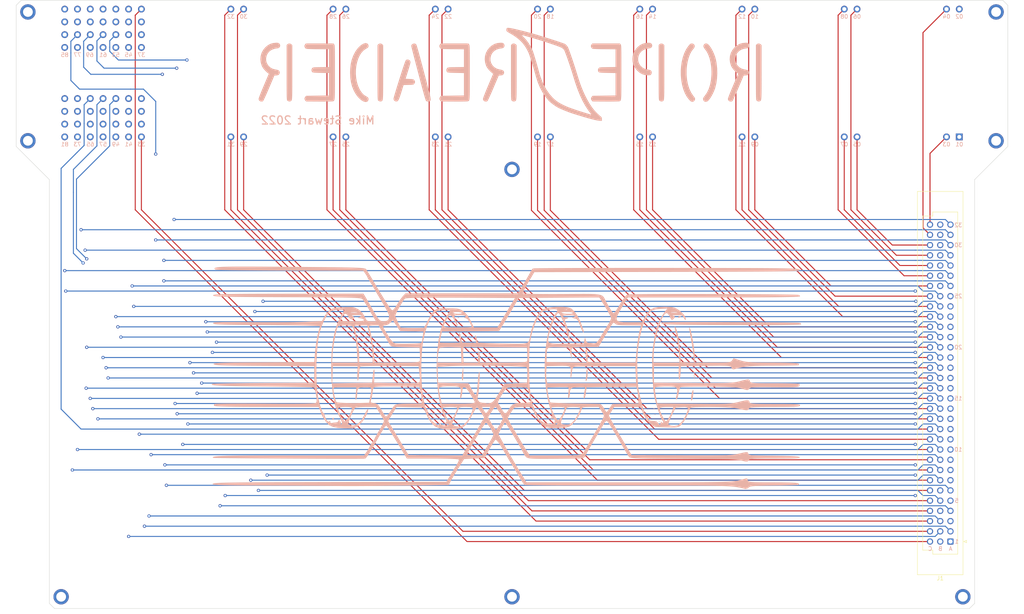
<source format=kicad_pcb>
(kicad_pcb (version 20211014) (generator pcbnew)
  (layers (0 "F.Cu" signal) (1 "In1.Cu" signal) (2 "In2.Cu" signal) (31 "B.Cu" signal) (34 "B.Paste" user) (35 "F.Paste" user) (36 "B.SilkS" user "B.Silkscreen") (37 "F.SilkS" user "F.Silkscreen") (38 "B.Mask" user) (39 "F.Mask" user) (44 "Edge.Cuts" user))
  (net 0 "")
  (net 2 "/SDR01")
  (net 4 "/SDR05")
  (net 5 "/XPCN")
  (net 6 "/SDR07")
  (net 7 "/XPFN")
  (net 9 "/X01CN")
  (net 11 "/X01FN")
  (net 12 "/X02CN")
  (net 13 "/X02FN")
  (net 14 "/X03CN")
  (net 15 "/X03FN")
  (net 16 "/X04CN")
  (net 17 "/X04FN")
  (net 18 "/X05CN")
  (net 19 "/X05FN")
  (net 20 "/X06CN")
  (net 21 "/X06FN")
  (net 22 "/X07CN")
  (net 23 "/X07FN")
  (net 24 "/SETBRN")
  (net 25 "/XSETDD")
  (net 26 "/XSETBD")
  (net 27 "/SETDRN")
  (net 28 "/SETARN")
  (net 29 "/XSETCD")
  (net 30 "/XSETAD")
  (net 31 "/SETCRN")
  (net 33 "/SDR03")
  (net 34 "/SDR06")
  (net 35 "/SDR04")
  (net 36 "/RPCD")
  (net 37 "/SDR02")
  (net 38 "/RPFD")
  (net 39 "/SDR00")
  (net 40 "/R01CD")
  (net 41 "/R01FD")
  (net 42 "/R02CD")
  (net 43 "/R02FD")
  (net 44 "/R03CD")
  (net 45 "/R03FD")
  (net 46 "/R04CD")
  (net 47 "/R04FD")
  (net 48 "/R05CD")
  (net 49 "/R05FD")
  (net 50 "/R06CD")
  (net 51 "/R06FD")
  (net 52 "/R07CD")
  (net 53 "/R07FD")
  (net 54 "/GBR16")
  (net 55 "/GAR16")
  (net 56 "/GBR14")
  (net 57 "/GAR14")
  (net 58 "/GBR13")
  (net 59 "/GAR13")
  (net 60 "/GBR12")
  (net 61 "/GAR12")
  (net 62 "/GBR11")
  (net 63 "/GAR11")
  (net 64 "/GBR10")
  (net 65 "/GAR10")
  (net 66 "/GBR09")
  (net 67 "/GAR09")
  (net 68 "/GBR08")
  (net 69 "/GAR08")
  (net 70 "/GBR07")
  (net 71 "/GAR07")
  (net 72 "/GBR06")
  (net 73 "/GAR06")
  (net 74 "/GBR05")
  (net 75 "/GAR05")
  (net 76 "/GBR04")
  (net 77 "/GAR04")
  (net 78 "/GBR03")
  (net 79 "/GAR03")
  (net 80 "/GBR02")
  (net 81 "/GAR02")
  (net 82 "/GBR01")
  (net 83 "/GAR01")
  (net 84 "/GBR15")
  (net 85 "/GAR15")
  (net 92 "GND")
  (net 93 "/XRST1N")
  (net 94 "/RSTR1D")
  (footprint "lachesis:MountingHole_No2_Pad" (layer "F.Cu") (at 320.3194 60.6552)
    (fp_text reference "H8" hide)
    (fp_text value "MountingHole_Pad")
  )
  (footprint "lachesis:MountingHole_No2_Pad" (layer "F.Cu") (at 88.0364 205.9432)
    (fp_text reference "H1" hide)
    (fp_text value "MountingHole_Pad")
  )
  (footprint "lachesis:MountingHole_No2_Pad" (layer "F.Cu") (at 79.7814 92.6592)
    (fp_text reference "H5" hide)
    (fp_text value "MountingHole_Pad")
  )
  (footprint "lachesis:MountingHole_No2_Pad" (layer "F.Cu") (at 320.3194 92.6592)
    (fp_text reference "H6" hide)
    (fp_text value "MountingHole_Pad")
  )
  (footprint "lachesis:Block1_Connector" (layer "F.Cu") (at 200.0504 75.819 180)
    (fp_text reference "J2" hide)
    (fp_text value "Conn_04x22")
  )
  (footprint "lachesis:MountingHole_No2_Pad" (layer "F.Cu") (at 200.0504 205.9432)
    (fp_text reference "H2" hide)
    (fp_text value "MountingHole_Pad")
  )
  (footprint "lachesis:MountingHole_No2_Pad" (layer "F.Cu") (at 79.7814 60.6552)
    (fp_text reference "H7" hide)
    (fp_text value "MountingHole_Pad")
  )
  (footprint "lachesis:MountingHole_No2_Pad" (layer "F.Cu") (at 200.0504 99.7712)
    (fp_text reference "H4" hide)
    (fp_text value "MountingHole_Pad")
  )
  (footprint "lachesis:MountingHole_No2_Pad" (layer "F.Cu") (at 312.0644 205.9432)
    (fp_text reference "H3" hide)
    (fp_text value "MountingHole_Pad")
  )
  (footprint "Connector_DIN:DIN41612_R_3x32_Male_Vertical_THT" (layer "F.Cu") (at 308.98338 192.2272 180)
    (fp_text reference "J1")
    (fp_text value "DIN41612_03x32_C")
  )
  (footprint "lachesis:big_cores" (layer "B.Cu") (at 199.7964 150.5712 180)
    (fp_text reference "G***" hide)
    (fp_text value "LOGO" hide)
  )
  (footprint "lachesis:big_rope_curve" (layer "B.Cu") (at 199.7964 76.1492 180)
    (fp_text reference "G***" hide)
    (fp_text value "LOGO" hide)
  )
  (gr_line locked (start 321.9704 57.7342) (end 78.1304 57.7342) (layer "Edge.Cuts") (width 0.1))
  (gr_line locked (start 323.2404 59.0042) (end 321.9704 57.7342) (layer "Edge.Cuts") (width 0.1))
  (gr_line locked (start 86.3854 208.8642) (end 313.7154 208.8642) (layer "Edge.Cuts") (width 0.1))
  (gr_line locked (start 313.7154 208.8642) (end 314.9854 207.5942) (layer "Edge.Cuts") (width 0.1))
  (gr_line locked (start 314.9854 207.5942) (end 314.9854 102.3112) (layer "Edge.Cuts") (width 0.1))
  (gr_line locked (start 323.2404 94.0562) (end 323.2404 59.0042) (layer "Edge.Cuts") (width 0.1))
  (gr_line locked (start 314.9854 102.3112) (end 323.2404 94.0562) (layer "Edge.Cuts") (width 0.1))
  (gr_line locked (start 86.3854 208.8642) (end 85.1154 207.5942) (layer "Edge.Cuts") (width 0.1))
  (gr_line locked (start 76.8604 94.0562) (end 76.8604 59.0042) (layer "Edge.Cuts") (width 0.1))
  (gr_line locked (start 85.1154 102.3112) (end 76.8604 94.0562) (layer "Edge.Cuts") (width 0.1))
  (gr_line locked (start 85.1154 207.5942) (end 85.1154 102.3112) (layer "Edge.Cuts") (width 0.1))
  (gr_line locked (start 76.8604 59.0042) (end 78.1304 57.7342) (layer "Edge.Cuts") (width 0.1))
  (gr_text "27" (at 155.6004 93.5482) (layer "B.SilkS") (effects (font (size 1 1)) (justify mirror)))
  (gr_text "37" (at 107.9754 71.3232) (layer "B.SilkS") (effects (font (size 1 1)) (justify mirror)))
  (gr_text "53" (at 101.6254 71.3232) (layer "B.SilkS") (effects (font (size 1 1)) (justify mirror)))
  (gr_text "08" (at 282.6004 61.7982) (layer "B.SilkS") (effects (font (size 1 1)) (justify mirror)))
  (gr_text "11" (at 257.2004 93.5482) (layer "B.SilkS") (effects (font (size 1 1)) (justify mirror)))
  (gr_text "69" (at 95.1484 71.3232) (layer "B.SilkS") (effects (font (size 1 1)) (justify mirror)))
  (gr_text "85" (at 88.9254 71.3232) (layer "B.SilkS") (effects (font (size 1 1)) (justify mirror)))
  (gr_text "15" (at 310.9214 156.6672) (layer "B.SilkS") (effects (font (size 1 1)) (justify mirror)))
  (gr_text "12" (at 257.2004 61.7982) (layer "B.SilkS") (effects (font (size 1 1)) (justify mirror)))
  (gr_text "C" (at 303.9364 194.0052) (layer "B.SilkS") (effects (font (size 1 1)) (justify mirror)))
  (gr_text "31" (at 130.2004 93.5482) (layer "B.SilkS") (effects (font (size 1 1)) (justify mirror)))
  (gr_text "10" (at 310.9214 169.3672) (layer "B.SilkS") (effects (font (size 1 1)) (justify mirror)))
  (gr_text "57" (at 98.4504 93.5482) (layer "B.SilkS") (effects (font (size 1 1)) (justify mirror)))
  (gr_text "16" (at 231.8004 61.7982) (layer "B.SilkS") (effects (font (size 1 1)) (justify mirror)))
  (gr_text "81" (at 88.9254 93.5482) (layer "B.SilkS") (effects (font (size 1 1)) (justify mirror)))
  (gr_text "61" (at 98.4504 71.3232) (layer "B.SilkS") (effects (font (size 1 1)) (justify mirror)))
  (gr_text "18" (at 209.5754 61.7982) (layer "B.SilkS") (effects (font (size 1 1)) (justify mirror)))
  (gr_text "30" (at 310.9214 118.5672) (layer "B.SilkS") (effects (font (size 1 1)) (justify mirror)))
  (gr_text "33" (at 107.9754 93.5482) (layer "B.SilkS") (effects (font (size 1 1)) (justify mirror)))
  (gr_text "73" (at 92.1004 93.5482) (layer "B.SilkS") (effects (font (size 1 1)) (justify mirror)))
  (gr_text "25" (at 158.7754 93.5482) (layer "B.SilkS") (effects (font (size 1 1)) (justify mirror)))
  (gr_text "30" (at 133.3754 61.7982) (layer "B.SilkS") (effects (font (size 1 1)) (justify mirror)))
  (gr_text "05" (at 285.7754 93.5482) (layer "B.SilkS") (effects (font (size 1 1)) (justify mirror)))
  (gr_text "Mike Stewart 2022" (at 151.7904 87.5792) (layer "B.SilkS") (effects (font (size 2 2) (thickness 0.3)) (justify mirror)))
  (gr_text "41" (at 104.8004 93.5482) (layer "B.SilkS") (effects (font (size 1 1)) (justify mirror)))
  (gr_text "09" (at 260.3754 93.5482) (layer "B.SilkS") (effects (font (size 1 1)) (justify mirror)))
  (gr_text "02" (at 311.1754 61.7982) (layer "B.SilkS") (effects (font (size 1 1)) (justify mirror)))
  (gr_text "5" (at 310.5404 182.0672) (layer "B.SilkS") (effects (font (size 1 1)) (justify mirror)))
  (gr_text "28" (at 155.6004 61.7982) (layer "B.SilkS") (effects (font (size 1 1)) (justify mirror)))
  (gr_text "49" (at 101.6254 93.5482) (layer "B.SilkS") (effects (font (size 1 1)) (justify mirror)))
  (gr_text "23" (at 181.0004 93.5482) (layer "B.SilkS") (effects (font (size 1 1)) (justify mirror)))
  (gr_text "65" (at 95.2754 93.5482) (layer "B.SilkS") (effects (font (size 1 1)) (justify mirror)))
  (gr_text "26" (at 158.7754 61.7982) (layer "B.SilkS") (effects (font (size 1 1)) (justify mirror)))
  (gr_text "21" (at 184.1754 93.5482) (layer "B.SilkS") (effects (font (size 1 1)) (justify mirror)))
  (gr_text "14" (at 234.9754 61.7982) (layer "B.SilkS") (effects (font (size 1 1)) (justify mirror)))
  (gr_text "20" (at 310.9214 143.9672) (layer "B.SilkS") (effects (font (size 1 1)) (justify mirror)))
  (gr_text "06" (at 285.7754 61.7982) (layer "B.SilkS") (effects (font (size 1 1)) (justify mirror)))
  (gr_text "B" (at 306.4764 194.0052) (layer "B.SilkS") (effects (font (size 1 1)) (justify mirror)))
  (gr_text "A" (at 309.0164 194.0052) (layer "B.SilkS") (effects (font (size 1 1)) (justify mirror)))
  (gr_text "24" (at 181.0004 61.7982) (layer "B.SilkS") (effects (font (size 1 1)) (justify mirror)))
  (gr_text "32" (at 310.9214 113.6142) (layer "B.SilkS") (effects (font (size 1 1)) (justify mirror)))
  (gr_text "01" (at 311.1754 93.5482) (layer "B.SilkS") (effects (font (size 1 1)) (justify mirror)))
  (gr_text "20" (at 206.4004 61.7982) (layer "B.SilkS") (effects (font (size 1 1)) (justify mirror)))
  (gr_text "77" (at 92.1004 71.3232) (layer "B.SilkS") (effects (font (size 1 1)) (justify mirror)))
  (gr_text "17" (at 209.5754 93.5482) (layer "B.SilkS") (effects (font (size 1 1)) (justify mirror)))
  (gr_text "07" (at 282.6004 93.5482) (layer "B.SilkS") (effects (font (size 1 1)) (justify mirror)))
  (gr_text "10" (at 260.3754 61.7982) (layer "B.SilkS") (effects (font (size 1 1)) (justify mirror)))
  (gr_text "15" (at 231.8004 93.5482) (layer "B.SilkS") (effects (font (size 1 1)) (justify mirror)))
  (gr_text "25" (at 310.9214 131.2672) (layer "B.SilkS") (effects (font (size 1 1)) (justify mirror)))
  (gr_text "13" (at 234.9754 93.5482) (layer "B.SilkS") (effects (font (size 1 1)) (justify mirror)))
  (gr_text "04" (at 308.0004 61.7982) (layer "B.SilkS") (effects (font (size 1 1)) (justify mirror)))
  (gr_text "19" (at 206.4004 93.5482) (layer "B.SilkS") (effects (font (size 1 1)) (justify mirror)))
  (gr_text "45" (at 104.8004 71.3232) (layer "B.SilkS") (effects (font (size 1 1)) (justify mirror)))
  (gr_text "32" (at 130.2004 61.7982) (layer "B.SilkS") (effects (font (size 1 1)) (justify mirror)))
  (gr_text "29" (at 133.3754 93.5482) (layer "B.SilkS") (effects (font (size 1 1)) (justify mirror)))
  (gr_text "03" (at 308.0004 93.5482) (layer "B.SilkS") (effects (font (size 1 1)) (justify mirror)))
  (gr_text "22" (at 184.1754 61.7982) (layer "B.SilkS") (effects (font (size 1 1)) (justify mirror)))
  (gr_text "1" (at 310.5404 192.2272) (layer "B.SilkS") (effects (font (size 1 1)) (justify mirror)))
  (via (at 108.7374 188.4172) (size 0.8) (drill 0.4) (layers "F.Cu" "B.Cu") (net 2))
  (segment (start 300.2534 188.4172) (end 108.7374 188.4172) (width 0.254) (layer "B.Cu") (net 2))
  (segment (start 307.71338 188.4172) (end 300.2534 188.4172) (width 0.254) (layer "B.Cu") (net 2))
  (segment (start 308.98338 189.6872) (end 307.71338 188.4172) (width 0.254) (layer "B.Cu") (net 2))
  (via (at 300.2534 180.7972) (size 0.8) (drill 0.4) (layers "F.Cu" "B.Cu") (net 4))
  (via (at 128.8034 180.7972) (size 0.8) (drill 0.4) (layers "F.Cu" "B.Cu") (net 4))
  (segment (start 300.2534 180.7972) (end 128.8034 180.7972) (width 0.254) (layer "B.Cu") (net 4))
  (via (at 114.1984 178.2572) (size 0.8) (drill 0.4) (layers "F.Cu" "B.Cu") (net 5))
  (segment (start 308.98338 179.5272) (end 307.71338 178.2572) (width 0.254) (layer "B.Cu") (net 5))
  (segment (start 300.2534 178.2572) (end 114.1984 178.2572) (width 0.254) (layer "B.Cu") (net 5))
  (segment (start 307.71338 178.2572) (end 300.2534 178.2572) (width 0.254) (layer "B.Cu") (net 5))
  (via (at 139.2174 175.7172) (size 0.8) (drill 0.4) (layers "F.Cu" "B.Cu") (net 6))
  (via (at 300.2534 175.7172) (size 0.8) (drill 0.4) (layers "F.Cu" "B.Cu") (net 6))
  (segment (start 300.2534 175.7172) (end 139.2174 175.7172) (width 0.254) (layer "B.Cu") (net 6))
  (via (at 300.2534 173.1772) (size 0.8) (drill 0.4) (layers "F.Cu" "B.Cu") (net 7))
  (via (at 113.8174 173.1772) (size 0.8) (drill 0.4) (layers "F.Cu" "B.Cu") (net 7))
  (segment (start 300.2534 173.1772) (end 114.4524 173.1772) (width 0.254) (layer "B.Cu") (net 7))
  (segment (start 114.4524 173.1772) (end 113.8174 173.1772) (width 0.254) (layer "B.Cu") (net 7))
  (via (at 118.2624 168.0972) (size 0.8) (drill 0.4) (layers "F.Cu" "B.Cu") (net 9))
  (via (at 300.2534 168.0972) (size 0.8) (drill 0.4) (layers "F.Cu" "B.Cu") (net 9))
  (segment (start 300.2534 168.0972) (end 118.2624 168.0972) (width 0.254) (layer "B.Cu") (net 9))
  (via (at 300.2534 163.0172) (size 0.8) (drill 0.4) (layers "F.Cu" "B.Cu") (net 11))
  (via (at 113.1824 76.1492) (size 0.8) (drill 0.4) (layers "F.Cu" "B.Cu") (net 11))
  (via (at 119.5324 163.0172) (size 0.8) (drill 0.4) (layers "F.Cu" "B.Cu") (net 11))
  (segment (start 93.6244 67.945) (end 93.6244 74.3712) (width 0.254) (layer "B.Cu") (net 11))
  (segment (start 300.2534 163.0172) (end 119.5324 163.0172) (width 0.254) (layer "B.Cu") (net 11))
  (segment (start 93.6244 74.3712) (end 95.4024 76.1492) (width 0.254) (layer "B.Cu") (net 11))
  (segment (start 95.2754 66.294) (end 93.6244 67.945) (width 0.254) (layer "B.Cu") (net 11))
  (segment (start 95.4024 76.1492) (end 113.1824 76.1492) (width 0.254) (layer "B.Cu") (net 11))
  (via (at 300.2534 160.4772) (size 0.8) (drill 0.4) (layers "F.Cu" "B.Cu") (net 12))
  (via (at 116.8654 160.4772) (size 0.8) (drill 0.4) (layers "F.Cu" "B.Cu") (net 12))
  (segment (start 300.2534 160.4772) (end 116.8654 160.4772) (width 0.254) (layer "B.Cu") (net 12))
  (via (at 300.2534 157.9372) (size 0.8) (drill 0.4) (layers "F.Cu" "B.Cu") (net 13))
  (via (at 116.3574 157.9372) (size 0.8) (drill 0.4) (layers "F.Cu" "B.Cu") (net 13))
  (segment (start 300.2534 157.9372) (end 116.3574 157.9372) (width 0.254) (layer "B.Cu") (net 13))
  (via (at 121.8184 155.3972) (size 0.8) (drill 0.4) (layers "F.Cu" "B.Cu") (net 14))
  (via (at 300.2534 155.3972) (size 0.8) (drill 0.4) (layers "F.Cu" "B.Cu") (net 14))
  (segment (start 300.2534 155.3972) (end 121.8184 155.3972) (width 0.254) (layer "B.Cu") (net 14))
  (via (at 116.7384 74.6252) (size 0.8) (drill 0.4) (layers "F.Cu" "B.Cu") (net 15))
  (via (at 300.2534 152.8572) (size 0.8) (drill 0.4) (layers "F.Cu" "B.Cu") (net 15))
  (via (at 122.9614 152.8572) (size 0.8) (drill 0.4) (layers "F.Cu" "B.Cu") (net 15))
  (segment (start 96.9264 67.818) (end 96.9264 69.9262) (width 0.254) (layer "B.Cu") (net 15))
  (segment (start 96.9264 69.9262) (end 96.9264 72.8472) (width 0.254) (layer "B.Cu") (net 15))
  (segment (start 300.2534 152.8572) (end 122.9614 152.8572) (width 0.254) (layer "B.Cu") (net 15))
  (segment (start 96.9264 72.8472) (end 98.4504 74.3712) (width 0.254) (layer "B.Cu") (net 15))
  (segment (start 98.4504 74.3712) (end 98.7044 74.6252) (width 0.254) (layer "B.Cu") (net 15))
  (segment (start 98.4504 66.294) (end 96.9264 67.818) (width 0.254) (layer "B.Cu") (net 15))
  (segment (start 98.7044 74.6252) (end 116.7384 74.6252) (width 0.254) (layer "B.Cu") (net 15))
  (via (at 300.2534 150.3172) (size 0.8) (drill 0.4) (layers "F.Cu" "B.Cu") (net 16))
  (via (at 120.9294 150.3172) (size 0.8) (drill 0.4) (layers "F.Cu" "B.Cu") (net 16))
  (segment (start 300.2534 150.3172) (end 120.9294 150.3172) (width 0.254) (layer "B.Cu") (net 16))
  (via (at 300.2534 147.7772) (size 0.8) (drill 0.4) (layers "F.Cu" "B.Cu") (net 17))
  (via (at 120.0404 147.7772) (size 0.8) (drill 0.4) (layers "F.Cu" "B.Cu") (net 17))
  (segment (start 300.2534 147.7772) (end 120.0404 147.7772) (width 0.254) (layer "B.Cu") (net 17))
  (via (at 125.6284 145.2372) (size 0.8) (drill 0.4) (layers "F.Cu" "B.Cu") (net 18))
  (via (at 300.2534 145.2372) (size 0.8) (drill 0.4) (layers "F.Cu" "B.Cu") (net 18))
  (segment (start 300.2534 145.2372) (end 125.6284 145.2372) (width 0.254) (layer "B.Cu") (net 18))
  (via (at 126.6444 142.6972) (size 0.8) (drill 0.4) (layers "F.Cu" "B.Cu") (net 19))
  (via (at 300.2534 142.6972) (size 0.8) (drill 0.4) (layers "F.Cu" "B.Cu") (net 19))
  (via (at 119.2784 72.5932) (size 0.8) (drill 0.4) (layers "F.Cu" "B.Cu") (net 19))
  (segment (start 100.1014 69.4182) (end 100.1014 70.4342) (width 0.254) (layer "B.Cu") (net 19))
  (segment (start 100.1014 70.4342) (end 102.0064 72.3392) (width 0.254) (layer "B.Cu") (net 19))
  (segment (start 100.1014 67.818) (end 100.1014 69.4182) (width 0.254) (layer "B.Cu") (net 19))
  (segment (start 102.2604 72.5932) (end 119.2784 72.5932) (width 0.254) (layer "B.Cu") (net 19))
  (segment (start 102.0064 72.3392) (end 102.2604 72.5932) (width 0.254) (layer "B.Cu") (net 19))
  (segment (start 101.6254 66.294) (end 100.1014 67.818) (width 0.254) (layer "B.Cu") (net 19))
  (segment (start 300.2534 142.6972) (end 126.6444 142.6972) (width 0.254) (layer "B.Cu") (net 19))
  (via (at 300.2534 140.1572) (size 0.8) (drill 0.4) (layers "F.Cu" "B.Cu") (net 20))
  (via (at 124.3584 140.1572) (size 0.8) (drill 0.4) (layers "F.Cu" "B.Cu") (net 20))
  (segment (start 300.2534 140.1572) (end 124.3584 140.1572) (width 0.254) (layer "B.Cu") (net 20))
  (via (at 300.2534 137.6172) (size 0.8) (drill 0.4) (layers "F.Cu" "B.Cu") (net 21))
  (via (at 123.9774 137.6172) (size 0.8) (drill 0.4) (layers "F.Cu" "B.Cu") (net 21))
  (segment (start 300.2534 137.6172) (end 123.9774 137.6172) (width 0.254) (layer "B.Cu") (net 21))
  (via (at 136.1694 135.0772) (size 0.8) (drill 0.4) (layers "F.Cu" "B.Cu") (net 22))
  (via (at 300.2534 135.0772) (size 0.8) (drill 0.4) (layers "F.Cu" "B.Cu") (net 22))
  (segment (start 300.2534 135.0772) (end 136.1694 135.0772) (width 0.254) (layer "B.Cu") (net 22))
  (via (at 138.2014 132.5372) (size 0.8) (drill 0.4) (layers "F.Cu" "B.Cu") (net 23))
  (via (at 300.3804 132.5372) (size 0.8) (drill 0.4) (layers "F.Cu" "B.Cu") (net 23))
  (segment (start 300.3804 132.5372) (end 138.2014 132.5372) (width 0.254) (layer "B.Cu") (net 23))
  (via (at 300.2534 129.9972) (size 0.8) (drill 0.4) (layers "F.Cu" "B.Cu") (net 24))
  (via (at 89.1794 129.9972) (size 0.8) (drill 0.4) (layers "F.Cu" "B.Cu") (net 24))
  (segment (start 300.2534 129.9972) (end 89.1794 129.9972) (width 0.254) (layer "B.Cu") (net 24))
  (via (at 113.5634 127.4572) (size 0.8) (drill 0.4) (layers "F.Cu" "B.Cu") (net 25))
  (segment (start 300.2534 127.4572) (end 113.5634 127.4572) (width 0.254) (layer "B.Cu") (net 25))
  (segment (start 308.98338 128.7272) (end 307.71338 127.4572) (width 0.254) (layer "B.Cu") (net 25))
  (segment (start 307.71338 127.4572) (end 300.2534 127.4572) (width 0.254) (layer "B.Cu") (net 25))
  (via (at 88.9254 124.9172) (size 0.8) (drill 0.4) (layers "F.Cu" "B.Cu") (net 26))
  (segment (start 300.2534 124.9172) (end 88.9254 124.9172) (width 0.254) (layer "B.Cu") (net 26))
  (segment (start 307.71338 124.9172) (end 308.98338 126.1872) (width 0.254) (layer "B.Cu") (net 26))
  (segment (start 307.71338 124.9172) (end 300.2534 124.9172) (width 0.254) (layer "B.Cu") (net 26))
  (via (at 113.5634 122.3772) (size 0.8) (drill 0.4) (layers "F.Cu" "B.Cu") (net 27))
  (segment (start 307.717587 122.381407) (end 302.162607 122.381407) (width 0.254) (layer "B.Cu") (net 27))
  (segment (start 308.98338 123.6472) (end 307.717587 122.381407) (width 0.254) (layer "B.Cu") (net 27))
  (segment (start 302.162607 122.381407) (end 302.1584 122.3772) (width 0.254) (layer "B.Cu") (net 27))
  (segment (start 300.2534 122.3772) (end 113.5634 122.3772) (width 0.254) (layer "B.Cu") (net 27))
  (segment (start 302.1584 122.3772) (end 300.2534 122.3772) (width 0.254) (layer "B.Cu") (net 27))
  (via (at 94.0054 119.8372) (size 0.8) (drill 0.4) (layers "F.Cu" "B.Cu") (net 28))
  (segment (start 300.2534 119.8372) (end 94.0054 119.8372) (width 0.254) (layer "B.Cu") (net 28))
  (segment (start 307.71338 119.8372) (end 308.98338 121.1072) (width 0.254) (layer "B.Cu") (net 28))
  (segment (start 307.71338 119.8372) (end 300.2534 119.8372) (width 0.254) (layer "B.Cu") (net 28))
  (via (at 111.5314 95.9612) (size 0.8) (drill 0.4) (layers "F.Cu" "B.Cu") (net 29))
  (via (at 111.5314 117.2972) (size 0.8) (drill 0.4) (layers "F.Cu" "B.Cu") (net 29))
  (segment (start 300.2534 117.2972) (end 111.5314 117.2972) (width 0.254) (layer "B.Cu") (net 29))
  (segment (start 307.71338 117.2972) (end 300.2534 117.2972) (width 0.254) (layer "B.Cu") (net 29))
  (segment (start 105.3084 79.8322) (end 108.4834 79.8322) (width 0.254) (layer "B.Cu") (net 29))
  (segment (start 92.6084 79.8322) (end 105.3084 79.8322) (width 0.254) (layer "B.Cu") (net 29))
  (segment (start 90.4494 77.6732) (end 92.3544 79.5782) (width 0.254) (layer "B.Cu") (net 29))
  (segment (start 92.1004 66.294) (end 90.4494 67.945) (width 0.254) (layer "B.Cu") (net 29))
  (segment (start 92.3544 79.5782) (end 92.6084 79.8322) (width 0.254) (layer "B.Cu") (net 29))
  (segment (start 90.4494 67.945) (end 90.4494 70.8152) (width 0.254) (layer "B.Cu") (net 29))
  (segment (start 308.98338 118.5672) (end 307.71338 117.2972) (width 0.254) (layer "B.Cu") (net 29))
  (segment (start 111.5314 82.8802) (end 111.5314 95.9612) (width 0.254) (layer "B.Cu") (net 29))
  (segment (start 90.4494 70.8152) (end 90.4494 77.6732) (width 0.254) (layer "B.Cu") (net 29))
  (segment (start 108.4834 79.8322) (end 111.5314 82.8802) (width 0.254) (layer "B.Cu") (net 29))
  (via (at 92.9894 114.7572) (size 0.8) (drill 0.4) (layers "F.Cu" "B.Cu") (net 30))
  (segment (start 307.71338 114.7572) (end 300.3804 114.7572) (width 0.254) (layer "B.Cu") (net 30))
  (segment (start 300.3804 114.7572) (end 92.9894 114.7572) (width 0.254) (layer "B.Cu") (net 30))
  (segment (start 308.98338 116.0272) (end 307.71338 114.7572) (width 0.254) (layer "B.Cu") (net 30))
  (via (at 116.1034 112.2172) (size 0.8) (drill 0.4) (layers "F.Cu" "B.Cu") (net 31))
  (segment (start 307.71338 112.2172) (end 300.3804 112.2172) (width 0.254) (layer "B.Cu") (net 31))
  (segment (start 308.98338 113.4872) (end 307.71338 112.2172) (width 0.254) (layer "B.Cu") (net 31))
  (segment (start 300.3804 112.2172) (end 116.1034 112.2172) (width 0.254) (layer "B.Cu") (net 31))
  (via (at 109.8804 185.8772) (size 0.8) (drill 0.4) (layers "F.Cu" "B.Cu") (net 33))
  (segment (start 306.44338 187.1472) (end 305.17338 185.8772) (width 0.254) (layer "B.Cu") (net 33))
  (segment (start 305.17338 185.8772) (end 300.2534 185.8772) (width 0.254) (layer "B.Cu") (net 33))
  (segment (start 300.2534 185.8772) (end 109.8804 185.8772) (width 0.254) (layer "B.Cu") (net 33))
  (via (at 137.0584 179.5272) (size 0.8) (drill 0.4) (layers "F.Cu" "B.Cu") (net 34))
  (segment (start 302.1584 180.7972) (end 300.8884 179.5272) (width 0.254) (layer "B.Cu") (net 34))
  (segment (start 300.2534 179.5272) (end 137.0584 179.5272) (width 0.254) (layer "B.Cu") (net 34))
  (segment (start 305.17338 180.7972) (end 302.1584 180.7972) (width 0.254) (layer "B.Cu") (net 34))
  (segment (start 300.8884 179.5272) (end 300.2534 179.5272) (width 0.254) (layer "B.Cu") (net 34))
  (segment (start 306.44338 182.0672) (end 305.17338 180.7972) (width 0.254) (layer "B.Cu") (net 34))
  (via (at 135.1534 176.9872) (size 0.8) (drill 0.4) (layers "F.Cu" "B.Cu") (net 35))
  (segment (start 300.2534 176.9872) (end 135.1534 176.9872) (width 0.254) (layer "B.Cu") (net 35))
  (segment (start 306.44338 176.9872) (end 305.17338 175.7172) (width 0.254) (layer "B.Cu") (net 35))
  (segment (start 300.8884 176.9872) (end 300.2534 176.9872) (width 0.254) (layer "B.Cu") (net 35))
  (segment (start 305.17338 175.7172) (end 302.1584 175.7172) (width 0.254) (layer "B.Cu") (net 35))
  (segment (start 302.1584 175.7172) (end 300.8884 176.9872) (width 0.254) (layer "B.Cu") (net 35))
  (via (at 90.8304 174.4472) (size 0.8) (drill 0.4) (layers "F.Cu" "B.Cu") (net 36))
  (segment (start 300.8884 174.4472) (end 300.2534 174.4472) (width 0.254) (layer "B.Cu") (net 36))
  (segment (start 305.17338 173.1772) (end 302.1584 173.1772) (width 0.254) (layer "B.Cu") (net 36))
  (segment (start 300.2534 174.4472) (end 90.8304 174.4472) (width 0.254) (layer "B.Cu") (net 36))
  (segment (start 302.1584 173.1772) (end 300.8884 174.4472) (width 0.254) (layer "B.Cu") (net 36))
  (segment (start 306.44338 174.4472) (end 305.17338 173.1772) (width 0.254) (layer "B.Cu") (net 36))
  (via (at 110.3884 170.6372) (size 0.8) (drill 0.4) (layers "F.Cu" "B.Cu") (net 37))
  (segment (start 306.44338 171.9072) (end 305.17338 170.6372) (width 0.254) (layer "B.Cu") (net 37))
  (segment (start 300.3804 170.6372) (end 110.3884 170.6372) (width 0.254) (layer "B.Cu") (net 37))
  (segment (start 305.17338 170.6372) (end 300.3804 170.6372) (width 0.254) (layer "B.Cu") (net 37))
  (via (at 92.1004 169.3672) (size 0.8) (drill 0.4) (layers "F.Cu" "B.Cu") (net 38))
  (segment (start 300.2534 169.3672) (end 92.1004 169.3672) (width 0.254) (layer "B.Cu") (net 38))
  (segment (start 305.17338 168.0972) (end 302.1584 168.0972) (width 0.254) (layer "B.Cu") (net 38))
  (segment (start 300.8884 169.3672) (end 300.2534 169.3672) (width 0.254) (layer "B.Cu") (net 38))
  (segment (start 305.17338 168.0972) (end 306.44338 169.3672) (width 0.254) (layer "B.Cu") (net 38))
  (segment (start 302.1584 168.0972) (end 300.8884 169.3672) (width 0.254) (layer "B.Cu") (net 38))
  (via (at 107.4674 165.5572) (size 0.8) (drill 0.4) (layers "F.Cu" "B.Cu") (net 39))
  (segment (start 300.2534 165.5572) (end 107.9754 165.5572) (width 0.254) (layer "B.Cu") (net 39))
  (segment (start 107.9754 165.5572) (end 107.4674 165.5572) (width 0.254) (layer "B.Cu") (net 39))
  (segment (start 305.17338 165.5572) (end 300.2534 165.5572) (width 0.254) (layer "B.Cu") (net 39))
  (segment (start 306.44338 166.8272) (end 305.17338 165.5572) (width 0.254) (layer "B.Cu") (net 39))
  (segment (start 302.1584 163.0172) (end 305.17338 163.0172) (width 0.254) (layer "B.Cu") (net 40))
  (segment (start 300.8884 164.2872) (end 302.1584 163.0172) (width 0.254) (layer "B.Cu") (net 40))
  (segment (start 91.5924 95.9612) (end 88.0364 99.5172) (width 0.254) (layer "B.Cu") (net 40))
  (segment (start 88.0364 99.5172) (end 88.0364 159.3342) (width 0.254) (layer "B.Cu") (net 40))
  (segment (start 95.2754 82.169) (end 93.7514 83.693) (width 0.254) (layer "B.Cu") (net 40))
  (segment (start 305.17338 163.0172) (end 306.44338 164.2872) (width 0.254) (layer "B.Cu") (net 40))
  (segment (start 91.9734 95.5802) (end 91.5924 95.9612) (width 0.254) (layer "B.Cu") (net 40))
  (segment (start 93.7514 83.693) (end 93.7514 88.3412) (width 0.254) (layer "B.Cu") (net 40))
  (segment (start 88.0364 159.3342) (end 92.9894 164.2872) (width 0.254) (layer "B.Cu") (net 40))
  (segment (start 93.7514 93.8022) (end 91.9734 95.5802) (width 0.254) (layer "B.Cu") (net 40))
  (segment (start 92.9894 164.2872) (end 300.8884 164.2872) (width 0.254) (layer "B.Cu") (net 40))
  (segment (start 93.7514 88.3412) (end 93.7514 93.8022) (width 0.254) (layer "B.Cu") (net 40))
  (via (at 97.1804 161.7472) (size 0.8) (drill 0.4) (layers "F.Cu" "B.Cu") (net 41))
  (segment (start 300.2534 161.7472) (end 97.1804 161.7472) (width 0.254) (layer "B.Cu") (net 41))
  (segment (start 305.17338 160.4772) (end 302.1584 160.4772) (width 0.254) (layer "B.Cu") (net 41))
  (segment (start 302.1584 160.4772) (end 300.8884 161.7472) (width 0.254) (layer "B.Cu") (net 41))
  (segment (start 300.8884 161.7472) (end 300.2534 161.7472) (width 0.254) (layer "B.Cu") (net 41))
  (segment (start 306.44338 161.7472) (end 305.17338 160.4772) (width 0.254) (layer "B.Cu") (net 41))
  (via (at 95.9104 159.2072) (size 0.8) (drill 0.4) (layers "F.Cu" "B.Cu") (net 42))
  (segment (start 300.8884 159.2072) (end 95.9104 159.2072) (width 0.254) (layer "B.Cu") (net 42))
  (segment (start 302.1584 157.9372) (end 300.8884 159.2072) (width 0.254) (layer "B.Cu") (net 42))
  (segment (start 305.17338 157.9372) (end 302.1584 157.9372) (width 0.254) (layer "B.Cu") (net 42))
  (segment (start 306.44338 159.2072) (end 305.17338 157.9372) (width 0.254) (layer "B.Cu") (net 42))
  (via (at 95.2754 156.6672) (size 0.8) (drill 0.4) (layers "F.Cu" "B.Cu") (net 43))
  (segment (start 305.17338 155.3972) (end 302.1584 155.3972) (width 0.254) (layer "B.Cu") (net 43))
  (segment (start 302.1584 155.3972) (end 300.8884 156.6672) (width 0.254) (layer "B.Cu") (net 43))
  (segment (start 300.8884 156.6672) (end 300.2534 156.6672) (width 0.254) (layer "B.Cu") (net 43))
  (segment (start 306.44338 156.6672) (end 305.17338 155.3972) (width 0.254) (layer "B.Cu") (net 43))
  (segment (start 300.2534 156.6672) (end 95.2754 156.6672) (width 0.254) (layer "B.Cu") (net 43))
  (via (at 93.4974 123.0122) (size 0.8) (drill 0.4) (layers "F.Cu" "B.Cu") (net 44))
  (via (at 94.2594 154.1272) (size 0.8) (drill 0.4) (layers "F.Cu" "B.Cu") (net 44))
  (segment (start 94.6404 96.2152) (end 91.0844 99.7712) (width 0.254) (layer "B.Cu") (net 44))
  (segment (start 302.1584 152.8572) (end 300.8884 154.1272) (width 0.254) (layer "B.Cu") (net 44))
  (segment (start 306.44338 154.1272) (end 305.17338 152.8572) (width 0.254) (layer "B.Cu") (net 44))
  (segment (start 91.0844 105.4862) (end 91.0844 120.5992) (width 0.254) (layer "B.Cu") (net 44))
  (segment (start 98.4504 82.169) (end 96.9264 83.693) (width 0.254) (layer "B.Cu") (net 44))
  (segment (start 300.3804 154.1272) (end 94.2594 154.1272) (width 0.254) (layer "B.Cu") (net 44))
  (segment (start 91.0844 120.5992) (end 93.4974 123.0122) (width 0.254) (layer "B.Cu") (net 44))
  (segment (start 91.0844 99.7712) (end 91.0844 105.4862) (width 0.254) (layer "B.Cu") (net 44))
  (segment (start 300.8884 154.1272) (end 300.3804 154.1272) (width 0.254) (layer "B.Cu") (net 44))
  (segment (start 96.9264 83.693) (end 96.9264 93.9292) (width 0.254) (layer "B.Cu") (net 44))
  (segment (start 96.9264 93.9292) (end 94.6404 96.2152) (width 0.254) (layer "B.Cu") (net 44))
  (segment (start 305.17338 152.8572) (end 302.1584 152.8572) (width 0.254) (layer "B.Cu") (net 44))
  (via (at 99.7204 151.5872) (size 0.8) (drill 0.4) (layers "F.Cu" "B.Cu") (net 45))
  (segment (start 300.8884 151.5872) (end 300.2534 151.5872) (width 0.254) (layer "B.Cu") (net 45))
  (segment (start 306.44338 151.5872) (end 305.17338 150.3172) (width 0.254) (layer "B.Cu") (net 45))
  (segment (start 302.1584 150.3172) (end 300.8884 151.5872) (width 0.254) (layer "B.Cu") (net 45))
  (segment (start 305.17338 150.3172) (end 302.1584 150.3172) (width 0.254) (layer "B.Cu") (net 45))
  (segment (start 300.2534 151.5872) (end 99.7204 151.5872) (width 0.254) (layer "B.Cu") (net 45))
  (via (at 99.2124 149.0472) (size 0.8) (drill 0.4) (layers "F.Cu" "B.Cu") (net 46))
  (segment (start 300.8884 149.0472) (end 300.2534 149.0472) (width 0.254) (layer "B.Cu") (net 46))
  (segment (start 302.1584 147.7772) (end 300.8884 149.0472) (width 0.254) (layer "B.Cu") (net 46))
  (segment (start 99.7204 149.0472) (end 99.2124 149.0472) (width 0.254) (layer "B.Cu") (net 46))
  (segment (start 305.17338 147.7772) (end 302.1584 147.7772) (width 0.254) (layer "B.Cu") (net 46))
  (segment (start 306.44338 149.0472) (end 305.17338 147.7772) (width 0.254) (layer "B.Cu") (net 46))
  (segment (start 300.2534 149.0472) (end 99.7204 149.0472) (width 0.254) (layer "B.Cu") (net 46))
  (via (at 98.4504 146.5072) (size 0.8) (drill 0.4) (layers "F.Cu" "B.Cu") (net 47))
  (segment (start 305.17338 145.2372) (end 302.1584 145.2372) (width 0.254) (layer "B.Cu") (net 47))
  (segment (start 302.1584 145.2372) (end 300.8884 146.5072) (width 0.254) (layer "B.Cu") (net 47))
  (segment (start 300.2534 146.5072) (end 98.4504 146.5072) (width 0.254) (layer "B.Cu") (net 47))
  (segment (start 300.8884 146.5072) (end 300.2534 146.5072) (width 0.254) (layer "B.Cu") (net 47))
  (segment (start 306.44338 146.5072) (end 305.17338 145.2372) (width 0.254) (layer "B.Cu") (net 47))
  (via (at 94.3864 143.9672) (size 0.8) (drill 0.4) (layers "F.Cu" "B.Cu") (net 48))
  (via (at 94.3864 121.9962) (size 0.8) (drill 0.4) (layers "F.Cu" "B.Cu") (net 48))
  (segment (start 300.2534 143.9672) (end 94.3864 143.9672) (width 0.254) (layer "B.Cu") (net 48))
  (segment (start 305.17338 142.6972) (end 302.1584 142.6972) (width 0.254) (layer "B.Cu") (net 48))
  (segment (start 300.8884 143.9672) (end 300.2534 143.9672) (width 0.254) (layer "B.Cu") (net 48))
  (segment (start 306.44338 143.9672) (end 305.17338 142.6972) (width 0.254) (layer "B.Cu") (net 48))
  (segment (start 98.0059 96.0247) (end 91.8464 102.1842) (width 0.254) (layer "B.Cu") (net 48))
  (segment (start 302.1584 142.6972) (end 300.8884 143.9672) (width 0.254) (layer "B.Cu") (net 48))
  (segment (start 91.8464 102.1842) (end 91.8464 118.4402) (width 0.254) (layer "B.Cu") (net 48))
  (segment (start 100.1014 93.9292) (end 98.0059 96.0247) (width 0.254) (layer "B.Cu") (net 48))
  (segment (start 100.1014 83.693) (end 100.1014 93.9292) (width 0.254) (layer "B.Cu") (net 48))
  (segment (start 101.6254 82.169) (end 100.1014 83.693) (width 0.254) (layer "B.Cu") (net 48))
  (segment (start 91.8464 119.4562) (end 94.3864 121.9962) (width 0.254) (layer "B.Cu") (net 48))
  (segment (start 91.8464 118.4402) (end 91.8464 119.4562) (width 0.254) (layer "B.Cu") (net 48))
  (via (at 102.8954 141.4272) (size 0.8) (drill 0.4) (layers "F.Cu" "B.Cu") (net 49))
  (segment (start 305.17338 140.1572) (end 302.1584 140.1572) (width 0.254) (layer "B.Cu") (net 49))
  (segment (start 300.8884 141.4272) (end 300.2534 141.4272) (width 0.254) (layer "B.Cu") (net 49))
  (segment (start 302.1584 140.1572) (end 300.8884 141.4272) (width 0.254) (layer "B.Cu") (net 49))
  (segment (start 306.44338 141.4272) (end 305.17338 140.1572) (width 0.254) (layer "B.Cu") (net 49))
  (segment (start 300.2534 141.4272) (end 102.8954 141.4272) (width 0.254) (layer "B.Cu") (net 49))
  (via (at 102.1334 138.8872) (size 0.8) (drill 0.4) (layers "F.Cu" "B.Cu") (net 50))
  (segment (start 306.44338 138.8872) (end 305.17338 137.6172) (width 0.254) (layer "B.Cu") (net 50))
  (segment (start 300.8884 138.8872) (end 300.2534 138.8872) (width 0.254) (layer "B.Cu") (net 50))
  (segment (start 300.2534 138.8872) (end 102.1334 138.8872) (width 0.254) (layer "B.Cu") (net 50))
  (segment (start 305.17338 137.6172) (end 302.1584 137.6172) (width 0.254) (layer "B.Cu") (net 50))
  (segment (start 302.1584 137.6172) (end 300.8884 138.8872) (width 0.254) (layer "B.Cu") (net 50))
  (via (at 101.6254 136.3472) (size 0.8) (drill 0.4) (layers "F.Cu" "B.Cu") (net 51))
  (segment (start 305.17338 135.0772) (end 302.1584 135.0772) (width 0.254) (layer "B.Cu") (net 51))
  (segment (start 300.8884 136.3472) (end 101.6254 136.3472) (width 0.254) (layer "B.Cu") (net 51))
  (segment (start 306.44338 136.3472) (end 305.17338 135.0772) (width 0.254) (layer "B.Cu") (net 51))
  (segment (start 302.1584 135.0772) (end 300.8884 136.3472) (width 0.254) (layer "B.Cu") (net 51))
  (via (at 106.0704 133.8072) (size 0.8) (drill 0.4) (layers "F.Cu" "B.Cu") (net 52))
  (segment (start 300.8884 133.8072) (end 300.2534 133.8072) (width 0.254) (layer "B.Cu") (net 52))
  (segment (start 305.17338 132.5372) (end 302.1584 132.5372) (width 0.254) (layer "B.Cu") (net 52))
  (segment (start 302.1584 132.5372) (end 300.8884 133.8072) (width 0.254) (layer "B.Cu") (net 52))
  (segment (start 306.44338 133.8072) (end 305.17338 132.5372) (width 0.254) (layer "B.Cu") (net 52))
  (segment (start 300.2534 133.8072) (end 106.0704 133.8072) (width 0.254) (layer "B.Cu") (net 52))
  (via (at 105.6894 128.7272) (size 0.8) (drill 0.4) (layers "F.Cu" "B.Cu") (net 53))
  (segment (start 305.17338 129.9972) (end 302.1584 129.9972) (width 0.254) (layer "B.Cu") (net 53))
  (segment (start 300.8884 128.7272) (end 300.2534 128.7272) (width 0.254) (layer "B.Cu") (net 53))
  (segment (start 306.44338 131.2672) (end 305.17338 129.9972) (width 0.254) (layer "B.Cu") (net 53))
  (segment (start 302.1584 129.9972) (end 300.8884 128.7272) (width 0.254) (layer "B.Cu") (net 53))
  (segment (start 300.2534 128.7272) (end 105.6894 128.7272) (width 0.254) (layer "B.Cu") (net 53))
  (segment (start 188.8744 192.2272) (end 303.90338 192.2272) (width 0.254) (layer "F.Cu") (net 54))
  (segment (start 107.9754 59.944) (end 106.4514 61.468) (width 0.254) (layer "F.Cu") (net 54))
  (segment (start 106.4514 61.468) (end 106.4514 109.8042) (width 0.254) (layer "F.Cu") (net 54))
  (segment (start 106.4514 109.8042) (end 188.8744 192.2272) (width 0.254) (layer "F.Cu") (net 54))
  (segment (start 107.9754 109.8042) (end 107.9754 91.694) (width 0.254) (layer "F.Cu") (net 55))
  (segment (start 303.90338 189.6872) (end 187.8584 189.6872) (width 0.254) (layer "F.Cu") (net 55))
  (segment (start 187.8584 189.6872) (end 107.9754 109.8042) (width 0.254) (layer "F.Cu") (net 55))
  (segment (start 130.2004 59.944) (end 128.6764 61.468) (width 0.254) (layer "F.Cu") (net 56))
  (segment (start 128.6764 61.468) (end 128.6764 109.8042) (width 0.254) (layer "F.Cu") (net 56))
  (segment (start 206.0194 187.1472) (end 303.90338 187.1472) (width 0.254) (layer "F.Cu") (net 56))
  (segment (start 128.6764 109.8042) (end 206.0194 187.1472) (width 0.254) (layer "F.Cu") (net 56))
  (segment (start 130.2004 91.694) (end 130.2004 109.8042) (width 0.254) (layer "F.Cu") (net 57))
  (segment (start 205.0034 184.6072) (end 303.90338 184.6072) (width 0.254) (layer "F.Cu") (net 57))
  (segment (start 130.2004 109.8042) (end 205.0034 184.6072) (width 0.254) (layer "F.Cu") (net 57))
  (segment (start 131.8514 61.468) (end 131.8514 109.8042) (width 0.254) (layer "F.Cu") (net 58))
  (segment (start 204.1144 182.0672) (end 303.90338 182.0672) (width 0.254) (layer "F.Cu") (net 58))
  (segment (start 133.3754 59.944) (end 131.8514 61.468) (width 0.254) (layer "F.Cu") (net 58))
  (segment (start 131.8514 109.8042) (end 204.1144 182.0672) (width 0.254) (layer "F.Cu") (net 58))
  (segment (start 203.0984 179.5272) (end 133.3754 109.8042) (width 0.254) (layer "F.Cu") (net 59))
  (segment (start 303.90338 179.5272) (end 203.0984 179.5272) (width 0.254) (layer "F.Cu") (net 59))
  (segment (start 133.3754 109.8042) (end 133.3754 91.694) (width 0.254) (layer "F.Cu") (net 59))
  (segment (start 155.6004 59.944) (end 154.0764 61.468) (width 0.254) (layer "F.Cu") (net 60))
  (segment (start 154.0764 61.468) (end 154.0764 109.8042) (width 0.254) (layer "F.Cu") (net 60))
  (segment (start 154.0764 109.8042) (end 221.2594 176.9872) (width 0.254) (layer "F.Cu") (net 60))
  (segment (start 221.2594 176.9872) (end 303.90338 176.9872) (width 0.254) (layer "F.Cu") (net 60))
  (segment (start 220.2434 174.4472) (end 303.90338 174.4472) (width 0.254) (layer "F.Cu") (net 61))
  (segment (start 155.6004 91.694) (end 155.6004 109.8042) (width 0.254) (layer "F.Cu") (net 61))
  (segment (start 155.6004 109.8042) (end 220.2434 174.4472) (width 0.254) (layer "F.Cu") (net 61))
  (segment (start 219.3544 171.9072) (end 303.90338 171.9072) (width 0.254) (layer "F.Cu") (net 62))
  (segment (start 157.2514 61.468) (end 157.2514 109.8042) (width 0.254) (layer "F.Cu") (net 62))
  (segment (start 158.7754 59.944) (end 157.2514 61.468) (width 0.254) (layer "F.Cu") (net 62))
  (segment (start 157.2514 109.8042) (end 219.3544 171.9072) (width 0.254) (layer "F.Cu") (net 62))
  (segment (start 218.3384 169.3672) (end 158.7754 109.8042) (width 0.254) (layer "F.Cu") (net 63))
  (segment (start 158.7754 109.8042) (end 158.7754 91.694) (width 0.254) (layer "F.Cu") (net 63))
  (segment (start 303.90338 169.3672) (end 218.3384 169.3672) (width 0.254) (layer "F.Cu") (net 63))
  (segment (start 181.0004 59.944) (end 179.4764 61.468) (width 0.254) (layer "F.Cu") (net 64))
  (segment (start 179.4764 61.468) (end 179.4764 109.8042) (width 0.254) (layer "F.Cu") (net 64))
  (segment (start 236.4994 166.8272) (end 303.90338 166.8272) (width 0.254) (layer "F.Cu") (net 64))
  (segment (start 179.4764 109.8042) (end 236.4994 166.8272) (width 0.254) (layer "F.Cu") (net 64))
  (segment (start 181.0004 91.694) (end 181.0004 109.8042) (width 0.254) (layer "F.Cu") (net 65))
  (segment (start 181.0004 109.8042) (end 235.4834 164.2872) (width 0.254) (layer "F.Cu") (net 65))
  (segment (start 235.4834 164.2872) (end 303.90338 164.2872) (width 0.254) (layer "F.Cu") (net 65))
  (segment (start 182.6514 61.468) (end 182.6514 109.8042) (width 0.254) (layer "F.Cu") (net 66))
  (segment (start 184.1754 59.944) (end 182.6514 61.468) (width 0.254) (layer "F.Cu") (net 66))
  (segment (start 234.5944 161.7472) (end 303.90338 161.7472) (width 0.254) (layer "F.Cu") (net 66))
  (segment (start 182.6514 109.8042) (end 234.5944 161.7472) (width 0.254) (layer "F.Cu") (net 66))
  (segment (start 233.5784 159.2072) (end 184.1754 109.8042) (width 0.254) (layer "F.Cu") (net 67))
  (segment (start 303.90338 159.2072) (end 233.5784 159.2072) (width 0.254) (layer "F.Cu") (net 67))
  (segment (start 184.1754 109.8042) (end 184.1754 91.694) (width 0.254) (layer "F.Cu") (net 67))
  (segment (start 251.6124 156.6672) (end 303.90338 156.6672) (width 0.254) (layer "F.Cu") (net 68))
  (segment (start 204.8764 61.468) (end 204.8764 109.9312) (width 0.254) (layer "F.Cu") (net 68))
  (segment (start 206.4004 59.944) (end 204.8764 61.468) (width 0.254) (layer "F.Cu") (net 68))
  (segment (start 204.8764 109.9312) (end 251.6124 156.6672) (width 0.254) (layer "F.Cu") (net 68))
  (segment (start 250.5964 154.1272) (end 303.90338 154.1272) (width 0.254) (layer "F.Cu") (net 69))
  (segment (start 206.4004 109.9312) (end 250.5964 154.1272) (width 0.254) (layer "F.Cu") (net 69))
  (segment (start 206.4004 91.694) (end 206.4004 109.9312) (width 0.254) (layer "F.Cu") (net 69))
  (segment (start 249.7074 151.5872) (end 303.90338 151.5872) (width 0.254) (layer "F.Cu") (net 70))
  (segment (start 209.5754 59.944) (end 208.0514 61.468) (width 0.254) (layer "F.Cu") (net 70))
  (segment (start 208.0514 109.9312) (end 249.7074 151.5872) (width 0.254) (layer "F.Cu") (net 70))
  (segment (start 208.0514 61.468) (end 208.0514 109.9312) (width 0.254) (layer "F.Cu") (net 70))
  (segment (start 248.6914 149.0472) (end 209.5754 109.9312) (width 0.254) (layer "F.Cu") (net 71))
  (segment (start 209.5754 109.9312) (end 209.5754 91.694) (width 0.254) (layer "F.Cu") (net 71))
  (segment (start 303.90338 149.0472) (end 248.6914 149.0472) (width 0.254) (layer "F.Cu") (net 71))
  (segment (start 231.8004 59.944) (end 230.2764 61.468) (width 0.254) (layer "F.Cu") (net 72))
  (segment (start 266.9794 146.5072) (end 303.90338 146.5072) (width 0.254) (layer "F.Cu") (net 72))
  (segment (start 230.2764 109.8042) (end 266.9794 146.5072) (width 0.254) (layer "F.Cu") (net 72))
  (segment (start 230.2764 61.468) (end 230.2764 109.8042) (width 0.254) (layer "F.Cu") (net 72))
  (segment (start 231.8004 91.694) (end 231.8004 109.8042) (width 0.254) (layer "F.Cu") (net 73))
  (segment (start 231.8004 109.8042) (end 265.9634 143.9672) (width 0.254) (layer "F.Cu") (net 73))
  (segment (start 265.9634 143.9672) (end 303.90338 143.9672) (width 0.254) (layer "F.Cu") (net 73))
  (segment (start 265.0744 141.4272) (end 303.90338 141.4272) (width 0.254) (layer "F.Cu") (net 74))
  (segment (start 233.4514 61.468) (end 233.4514 109.8042) (width 0.254) (layer "F.Cu") (net 74))
  (segment (start 234.9754 59.944) (end 233.4514 61.468) (width 0.254) (layer "F.Cu") (net 74))
  (segment (start 233.4514 109.8042) (end 265.0744 141.4272) (width 0.254) (layer "F.Cu") (net 74))
  (segment (start 303.90338 138.8872) (end 264.0584 138.8872) (width 0.254) (layer "F.Cu") (net 75))
  (segment (start 234.9754 109.8042) (end 234.9754 91.694) (width 0.254) (layer "F.Cu") (net 75))
  (segment (start 264.0584 138.8872) (end 234.9754 109.8042) (width 0.254) (layer "F.Cu") (net 75))
  (segment (start 282.2194 136.3472) (end 303.90338 136.3472) (width 0.254) (layer "F.Cu") (net 76))
  (segment (start 255.6764 109.8042) (end 282.2194 136.3472) (width 0.254) (layer "F.Cu") (net 76))
  (segment (start 255.6764 61.468) (end 255.6764 109.8042) (width 0.254) (layer "F.Cu") (net 76))
  (segment (start 257.2004 59.944) (end 255.6764 61.468) (width 0.254) (layer "F.Cu") (net 76))
  (segment (start 281.2034 133.8072) (end 303.90338 133.8072) (width 0.254) (layer "F.Cu") (net 77))
  (segment (start 257.2004 109.8042) (end 281.2034 133.8072) (width 0.254) (layer "F.Cu") (net 77))
  (segment (start 257.2004 91.694) (end 257.2004 109.8042) (width 0.254) (layer "F.Cu") (net 77))
  (segment (start 258.8514 109.8042) (end 280.3144 131.2672) (width 0.254) (layer "F.Cu") (net 78))
  (segment (start 280.3144 131.2672) (end 303.90338 131.2672) (width 0.254) (layer "F.Cu") (net 78))
  (segment (start 260.3754 59.944) (end 258.8514 61.468) (width 0.254) (layer "F.Cu") (net 78))
  (segment (start 258.8514 61.468) (end 258.8514 109.8042) (width 0.254) (layer "F.Cu") (net 78))
  (segment (start 260.3754 109.8042) (end 260.3754 91.694) (width 0.254) (layer "F.Cu") (net 79))
  (segment (start 303.90338 128.7272) (end 279.2984 128.7272) (width 0.254) (layer "F.Cu") (net 79))
  (segment (start 279.2984 128.7272) (end 260.3754 109.8042) (width 0.254) (layer "F.Cu") (net 79))
  (segment (start 282.6004 59.944) (end 281.0764 61.468) (width 0.254) (layer "F.Cu") (net 80))
  (segment (start 281.0764 109.8042) (end 297.4594 126.1872) (width 0.254) (layer "F.Cu") (net 80))
  (segment (start 281.0764 61.468) (end 281.0764 109.8042) (width 0.254) (layer "F.Cu") (net 80))
  (segment (start 297.4594 126.1872) (end 303.90338 126.1872) (width 0.254) (layer "F.Cu") (net 80))
  (segment (start 296.4434 123.6472) (end 303.90338 123.6472) (width 0.254) (layer "F.Cu") (net 81))
  (segment (start 282.6004 109.8042) (end 296.4434 123.6472) (width 0.254) (layer "F.Cu") (net 81))
  (segment (start 282.6004 91.694) (end 282.6004 109.8042) (width 0.254) (layer "F.Cu") (net 81))
  (segment (start 295.5544 121.1072) (end 303.90338 121.1072) (width 0.254) (layer "F.Cu") (net 82))
  (segment (start 284.2514 109.8042) (end 295.5544 121.1072) (width 0.254) (layer "F.Cu") (net 82))
  (segment (start 284.2514 61.468) (end 284.2514 109.8042) (width 0.254) (layer "F.Cu") (net 82))
  (segment (start 285.7754 59.944) (end 284.2514 61.468) (width 0.254) (layer "F.Cu") (net 82))
  (segment (start 303.90338 118.5672) (end 294.5384 118.5672) (width 0.254) (layer "F.Cu") (net 83))
  (segment (start 294.5384 118.5672) (end 285.7754 109.8042) (width 0.254) (layer "F.Cu") (net 83))
  (segment (start 285.7754 109.8042) (end 285.7754 91.694) (width 0.254) (layer "F.Cu") (net 83))
  (segment (start 302.1584 65.786) (end 308.0004 59.944) (width 0.254) (layer "F.Cu") (net 84))
  (segment (start 303.90338 116.0272) (end 302.1584 114.28222) (width 0.254) (layer "F.Cu") (net 84))
  (segment (start 302.1584 114.28222) (end 302.1584 65.786) (width 0.254) (layer "F.Cu") (net 84))
  (segment (start 303.90338 113.4872) (end 303.90338 95.79102) (width 0.254) (layer "F.Cu") (net 85))
  (segment (start 303.90338 95.79102) (end 308.0004 91.694) (width 0.254) (layer "F.Cu") (net 85))
  (via (at 127.5334 183.3372) (size 0.8) (drill 0.4) (layers "F.Cu" "B.Cu") (net 93))
  (segment (start 308.98338 184.6072) (end 307.71338 183.3372) (width 0.254) (layer "B.Cu") (net 93))
  (segment (start 307.71338 183.3372) (end 300.2534 183.3372) (width 0.254) (layer "B.Cu") (net 93))
  (segment (start 300.2534 183.3372) (end 127.5334 183.3372) (width 0.254) (layer "B.Cu") (net 93))
  (via (at 104.8004 190.9572) (size 0.8) (drill 0.4) (layers "F.Cu" "B.Cu") (net 94))
  (segment (start 305.17338 190.9572) (end 104.8004 190.9572) (width 0.254) (layer "B.Cu") (net 94))
  (segment (start 306.44338 189.6872) (end 305.17338 190.9572) (width 0.254) (layer "B.Cu") (net 94))
)
</source>
